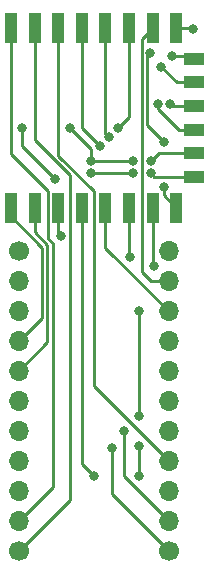
<source format=gbr>
%TF.GenerationSoftware,KiCad,Pcbnew,(6.0.5-0)*%
%TF.CreationDate,2022-07-24T01:31:31-06:00*%
%TF.ProjectId,esp-12-smd-to-dip,6573702d-3132-42d7-936d-642d746f2d64,rev?*%
%TF.SameCoordinates,Original*%
%TF.FileFunction,Copper,L1,Top*%
%TF.FilePolarity,Positive*%
%FSLAX46Y46*%
G04 Gerber Fmt 4.6, Leading zero omitted, Abs format (unit mm)*
G04 Created by KiCad (PCBNEW (6.0.5-0)) date 2022-07-24 01:31:31*
%MOMM*%
%LPD*%
G01*
G04 APERTURE LIST*
%TA.AperFunction,SMDPad,CuDef*%
%ADD10R,1.000000X2.500000*%
%TD*%
%TA.AperFunction,SMDPad,CuDef*%
%ADD11R,1.800000X1.000000*%
%TD*%
%TA.AperFunction,ComponentPad*%
%ADD12C,1.700000*%
%TD*%
%TA.AperFunction,ComponentPad*%
%ADD13O,1.700000X1.700000*%
%TD*%
%TA.AperFunction,ViaPad*%
%ADD14C,0.800000*%
%TD*%
%TA.AperFunction,Conductor*%
%ADD15C,0.250000*%
%TD*%
G04 APERTURE END LIST*
D10*
%TO.P,U1,1,~{RST}*%
%TO.N,rst*%
X121272000Y-62337000D03*
%TO.P,U1,2,ADC*%
%TO.N,adc*%
X123272000Y-62337000D03*
%TO.P,U1,3,EN*%
%TO.N,en*%
X125272000Y-62337000D03*
%TO.P,U1,4,GPIO16*%
%TO.N,gpio0*%
X127272000Y-62337000D03*
%TO.P,U1,5,GPIO14*%
%TO.N,gpio4*%
X129272000Y-62337000D03*
%TO.P,U1,6,GPIO12*%
%TO.N,gpio9*%
X131272000Y-62337000D03*
%TO.P,U1,7,GPIO13*%
%TO.N,gpio5*%
X133272000Y-62337000D03*
%TO.P,U1,8,VCC*%
%TO.N,vcc*%
X135272000Y-62337000D03*
D11*
%TO.P,U1,9,CS0*%
%TO.N,cs*%
X136772000Y-59737000D03*
%TO.P,U1,10,MISO*%
%TO.N,miso*%
X136772000Y-57737000D03*
%TO.P,U1,11,GPIO9*%
%TO.N,gpio12*%
X136772000Y-55737000D03*
%TO.P,U1,12,GPIO10*%
%TO.N,gpio10*%
X136772000Y-53737000D03*
%TO.P,U1,13,MOSI*%
%TO.N,mosi*%
X136772000Y-51737000D03*
%TO.P,U1,14,SCLK*%
%TO.N,sclk*%
X136772000Y-49737000D03*
D10*
%TO.P,U1,15,GND*%
%TO.N,gnd*%
X135272000Y-47137000D03*
%TO.P,U1,16,GPIO15*%
%TO.N,gpio2*%
X133272000Y-47137000D03*
%TO.P,U1,17,GPIO2*%
%TO.N,gpio15*%
X131272000Y-47137000D03*
%TO.P,U1,18,GPIO0*%
%TO.N,gpio16*%
X129272000Y-47137000D03*
%TO.P,U1,19,GPIO4*%
%TO.N,gpio14*%
X127272000Y-47137000D03*
%TO.P,U1,20,GPIO5*%
%TO.N,gpio13*%
X125272000Y-47137000D03*
%TO.P,U1,21,GPIO3/RXD*%
%TO.N,rx*%
X123272000Y-47137000D03*
%TO.P,U1,22,GPIO1/TXD*%
%TO.N,tx*%
X121272000Y-47137000D03*
%TD*%
D12*
%TO.P,J1,1,Pin_1*%
%TO.N,vcc*%
X121920000Y-66040000D03*
D13*
%TO.P,J1,2,Pin_2*%
%TO.N,gnd*%
X121920000Y-68580000D03*
%TO.P,J1,3,Pin_3*%
%TO.N,en*%
X121920000Y-71120000D03*
%TO.P,J1,4,Pin_4*%
%TO.N,rst*%
X121920000Y-73660000D03*
%TO.P,J1,5,Pin_5*%
%TO.N,adc*%
X121920000Y-76200000D03*
%TO.P,J1,6,Pin_6*%
%TO.N,miso*%
X121920000Y-78740000D03*
%TO.P,J1,7,Pin_7*%
%TO.N,mosi*%
X121920000Y-81280000D03*
%TO.P,J1,8,Pin_8*%
%TO.N,sclk*%
X121920000Y-83820000D03*
%TO.P,J1,9,Pin_9*%
%TO.N,cs*%
X121920000Y-86360000D03*
%TO.P,J1,10,Pin_10*%
%TO.N,tx*%
X121920000Y-88900000D03*
D12*
%TO.P,J1,11,Pin_11*%
%TO.N,rx*%
X121920000Y-91440000D03*
%TD*%
%TO.P,J2,1,Pin_1*%
%TO.N,gpio16*%
X134620000Y-91440000D03*
D13*
%TO.P,J2,2,Pin_2*%
%TO.N,gpio15*%
X134620000Y-88900000D03*
%TO.P,J2,3,Pin_3*%
%TO.N,gpio14*%
X134620000Y-86360000D03*
%TO.P,J2,4,Pin_4*%
%TO.N,gpio13*%
X134620000Y-83820000D03*
%TO.P,J2,5,Pin_5*%
%TO.N,gpio12*%
X134620000Y-81280000D03*
%TO.P,J2,6,Pin_6*%
%TO.N,gpio10*%
X134620000Y-78740000D03*
%TO.P,J2,7,Pin_7*%
%TO.N,gpio9*%
X134620000Y-76200000D03*
%TO.P,J2,8,Pin_8*%
%TO.N,gpio5*%
X134620000Y-73660000D03*
%TO.P,J2,9,Pin_9*%
%TO.N,gpio4*%
X134620000Y-71120000D03*
%TO.P,J2,10,Pin_10*%
%TO.N,gpio2*%
X134620000Y-68580000D03*
%TO.P,J2,11,Pin_11*%
%TO.N,gpio0*%
X134620000Y-66040000D03*
%TD*%
D14*
%TO.N,cs*%
X131572000Y-59436000D03*
X128016000Y-59436000D03*
X133096000Y-59436000D03*
%TO.N,gnd*%
X136652000Y-47244000D03*
%TO.N,en*%
X125476000Y-64770000D03*
%TO.N,miso*%
X124968000Y-59944000D03*
X131572000Y-58420000D03*
X122174000Y-55626000D03*
X128016000Y-58420000D03*
X126238000Y-55626000D03*
X133096000Y-58420000D03*
%TO.N,mosi*%
X133984992Y-50418992D03*
%TO.N,sclk*%
X134874000Y-49530000D03*
%TO.N,gpio0*%
X132080000Y-80010000D03*
X132080000Y-82550000D03*
X132080000Y-85090000D03*
X128270000Y-85090000D03*
X132080000Y-71120000D03*
%TO.N,gpio5*%
X133350000Y-67310000D03*
%TO.N,gpio9*%
X131318000Y-66548000D03*
%TO.N,gpio10*%
X134747000Y-53594000D03*
%TO.N,gpio16*%
X129540000Y-56388000D03*
X129798299Y-82672701D03*
%TO.N,gpio12*%
X133747497Y-53594000D03*
%TO.N,gpio14*%
X128778000Y-57150000D03*
%TO.N,gpio15*%
X130302000Y-55626000D03*
X130810000Y-81280000D03*
%TO.N,vcc*%
X133058500Y-49276000D03*
X134239000Y-56769000D03*
X134239000Y-60579000D03*
%TD*%
D15*
%TO.N,rx*%
X126238000Y-87122000D02*
X121920000Y-91440000D01*
X123272000Y-56597718D02*
X126238000Y-59563718D01*
X126238000Y-59563718D02*
X126238000Y-87122000D01*
X123272000Y-47137000D02*
X123272000Y-56597718D01*
%TO.N,tx*%
X121272000Y-47137000D02*
X121272000Y-57772000D01*
X124813551Y-65357116D02*
X124813551Y-86006449D01*
X121272000Y-57772000D02*
X124447489Y-60947489D01*
X124447489Y-60947489D02*
X124447489Y-64991053D01*
X124813551Y-86006449D02*
X121920000Y-88900000D01*
X124447489Y-64991053D02*
X124813551Y-65357116D01*
%TO.N,cs*%
X131572000Y-59436000D02*
X128016000Y-59436000D01*
X133096000Y-59436000D02*
X133397000Y-59737000D01*
X136725000Y-59690000D02*
X136772000Y-59737000D01*
X133397000Y-59737000D02*
X136772000Y-59737000D01*
%TO.N,gnd*%
X135272000Y-47137000D02*
X136545000Y-47137000D01*
X136545000Y-47137000D02*
X136652000Y-47244000D01*
%TO.N,en*%
X125272000Y-64566000D02*
X125476000Y-64770000D01*
X125272000Y-62337000D02*
X125272000Y-64566000D01*
%TO.N,rst*%
X121272000Y-62337000D02*
X121272000Y-63087000D01*
X123914511Y-71665489D02*
X121920000Y-73660000D01*
X123914511Y-65729511D02*
X123914511Y-71665489D01*
X121272000Y-63087000D02*
X123914511Y-65729511D01*
%TO.N,adc*%
X123272000Y-64451282D02*
X124364031Y-65543313D01*
X123272000Y-62337000D02*
X123272000Y-64451282D01*
X124364031Y-65543313D02*
X124364031Y-73755969D01*
X124364031Y-73755969D02*
X121920000Y-76200000D01*
%TO.N,miso*%
X126238000Y-55626000D02*
X128016000Y-57404000D01*
X133096000Y-58420000D02*
X133779000Y-57737000D01*
X131572000Y-58420000D02*
X128016000Y-58420000D01*
X122174000Y-55626000D02*
X122174000Y-57150000D01*
X122174000Y-57150000D02*
X124968000Y-59944000D01*
X133779000Y-57737000D02*
X136772000Y-57737000D01*
X128016000Y-57404000D02*
X128016000Y-58420000D01*
%TO.N,mosi*%
X135303000Y-51737000D02*
X136772000Y-51737000D01*
X133984992Y-50418992D02*
X135303000Y-51737000D01*
%TO.N,sclk*%
X136565000Y-49530000D02*
X136772000Y-49737000D01*
X134874000Y-49530000D02*
X136565000Y-49530000D01*
%TO.N,gpio2*%
X133096000Y-68580000D02*
X134620000Y-68580000D01*
X132334000Y-48075000D02*
X132334000Y-67818000D01*
X132334000Y-67818000D02*
X133096000Y-68580000D01*
X133272000Y-47137000D02*
X132334000Y-48075000D01*
%TO.N,gpio0*%
X132080000Y-82550000D02*
X132080000Y-85090000D01*
X127272000Y-84092000D02*
X128270000Y-85090000D01*
X127272000Y-62337000D02*
X127272000Y-84092000D01*
X132080000Y-71120000D02*
X132080000Y-80010000D01*
%TO.N,gpio4*%
X129272000Y-65772000D02*
X134620000Y-71120000D01*
X129272000Y-62337000D02*
X129272000Y-65772000D01*
%TO.N,gpio5*%
X133350000Y-67310000D02*
X133272000Y-67232000D01*
X133272000Y-67232000D02*
X133272000Y-62337000D01*
%TO.N,gpio9*%
X131318000Y-66548000D02*
X131272000Y-66502000D01*
X131272000Y-66502000D02*
X131272000Y-62337000D01*
%TO.N,gpio10*%
X134747000Y-53594000D02*
X134890000Y-53737000D01*
X134890000Y-53737000D02*
X136772000Y-53737000D01*
%TO.N,gpio16*%
X129794000Y-82677000D02*
X129794000Y-86614000D01*
X129540000Y-56388000D02*
X129272000Y-56120000D01*
X129272000Y-56120000D02*
X129272000Y-47137000D01*
X129794000Y-86614000D02*
X134620000Y-91440000D01*
X129798299Y-82672701D02*
X129794000Y-82677000D01*
%TO.N,gpio12*%
X133747497Y-54000111D02*
X135484386Y-55737000D01*
X133747497Y-53594000D02*
X133747497Y-54000111D01*
X135484386Y-55737000D02*
X136772000Y-55737000D01*
%TO.N,gpio13*%
X125272000Y-47137000D02*
X125272000Y-57962000D01*
X128270000Y-77470000D02*
X134620000Y-83820000D01*
X128270000Y-60960000D02*
X128270000Y-77470000D01*
X125272000Y-57962000D02*
X128270000Y-60960000D01*
%TO.N,gpio14*%
X127272000Y-55644000D02*
X127272000Y-47137000D01*
X128778000Y-57150000D02*
X127272000Y-55644000D01*
%TO.N,gpio15*%
X131272000Y-54656000D02*
X131272000Y-47137000D01*
X130810000Y-81280000D02*
X130810000Y-85090000D01*
X130810000Y-85090000D02*
X134620000Y-88900000D01*
X130302000Y-55626000D02*
X131272000Y-54656000D01*
%TO.N,vcc*%
X134239000Y-60579000D02*
X134239000Y-61304000D01*
X135272000Y-61358000D02*
X135272000Y-62337000D01*
X132783520Y-55313520D02*
X134239000Y-56769000D01*
X134239000Y-61304000D02*
X135272000Y-62337000D01*
X132783520Y-49550980D02*
X132783520Y-55313520D01*
X133058500Y-49276000D02*
X132783520Y-49550980D01*
X135272000Y-61587000D02*
X135272000Y-62337000D01*
%TD*%
M02*

</source>
